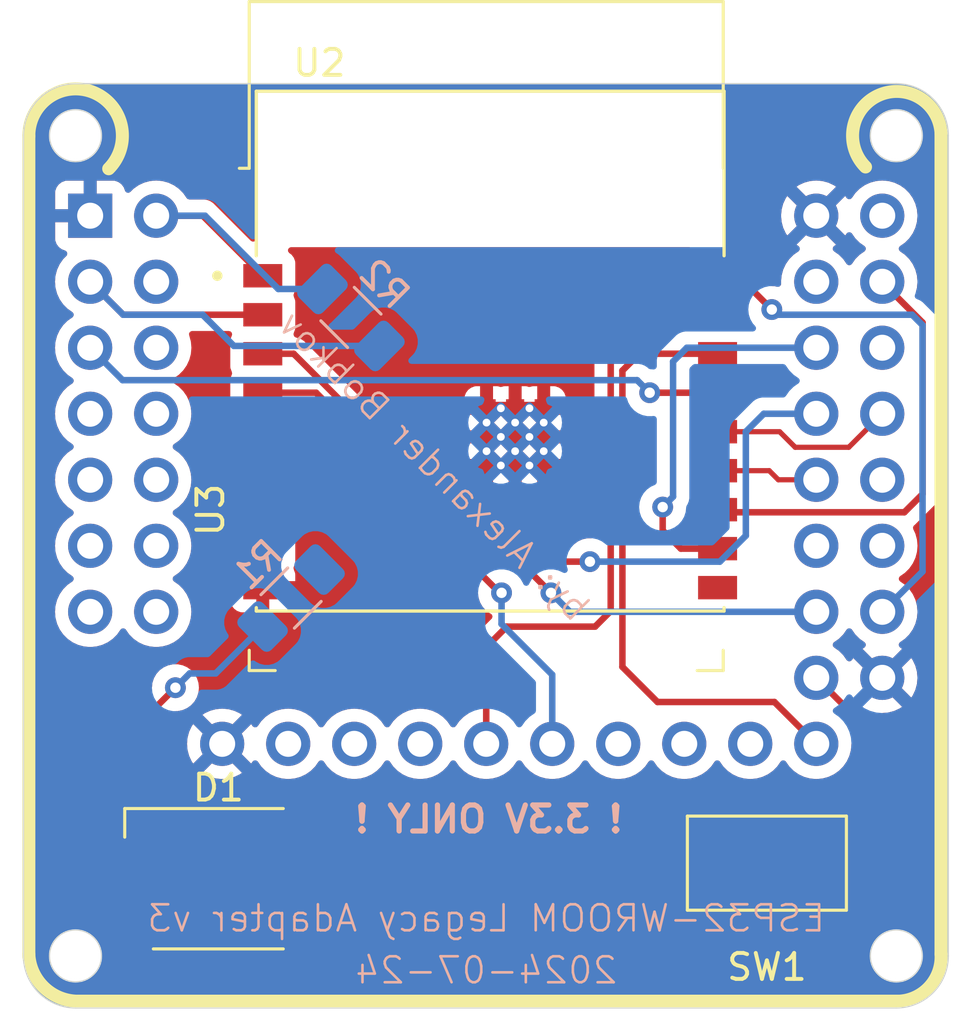
<source format=kicad_pcb>
(kicad_pcb (version 20240108) (generator "pcbnew") (generator_version "8.0")
  (layers (0 "F.Cu" signal) (31 "B.Cu" signal) (34 "B.Paste" user) (35 "F.Paste" user) (36 "B.SilkS" user "B.Silkscreen") (37 "F.SilkS" user "F.Silkscreen") (38 "B.Mask" user) (39 "F.Mask" user) (44 "Edge.Cuts" user))
  (net 0 "")
  (net 1 "GND")
  (net 2 "+3V3")
  (net 3 "Net-(D1-AB)")
  (net 4 "/GPIO0")
  (net 5 "/GPIO2")
  (net 19 "/GPIO3")
  (net 20 "/USB_D-")
  (net 21 "/GPIO6")
  (net 23 "/GPIO5")
  (net 24 "/GPIO4")
  (net 25 "/EN")
  (net 27 "/USB_D+")
  (net 28 "/GPIO1")
  (net 40 "/UART_TX")
  (net 41 "/UART_RX")
  (footprint "Alexander Footprint Library:ESP32-C3-WROOM-02-H4" (layer "F.Cu") (at 208.0625 86.5)
    (property "Reference" "U2" (at -6.575 -11.085 0) (layer "F.SilkS"))
    (property "Value" "ESP32-C3-WROOM-02-N4")
    (fp_line (start -9 -10) (end -9 -3.67) (stroke (width 0.127)) (layer "F.SilkS"))
    (fp_line (start -9 10) (end -9 9.87) (stroke (width 0.127)) (layer "F.SilkS"))
    (fp_line (start -9 10) (end 9 10) (stroke (width 0.127)) (layer "F.SilkS"))
    (fp_line (start 9 -10) (end -9 -10) (stroke (width 0.127)) (layer "F.SilkS"))
    (fp_line (start 9 -3.67) (end 9 -10) (stroke (width 0.127)) (layer "F.SilkS"))
    (fp_line (start 9 10) (end 9 9.87) (stroke (width 0.127)) (layer "F.SilkS"))
    (fp_circle (center -10.5 -2.9) (end -10.4 -2.9) (stroke (width 0.2)) (fill none) (layer "F.SilkS"))
    (pad "1" smd rect (at -8.75 -2.9) (size 1.5 0.9) (layers "F.Cu" "F.Paste" "F.Mask") (net 2 "+3V3"))
    (pad "2" smd rect (at -8.75 -1.4) (size 1.5 0.9) (layers "F.Cu" "F.Paste" "F.Mask") (net 25 "/EN"))
    (pad "3" smd rect (at -8.75 0.1) (size 1.5 0.9) (layers "F.Cu" "F.Paste" "F.Mask") (net 24 "/GPIO4"))
    (pad "4" smd rect (at -8.75 1.6) (size 1.5 0.9) (layers "F.Cu" "F.Paste" "F.Mask") (net 23 "/GPIO5"))
    (pad "5" smd rect (at -8.75 3.1) (size 1.5 0.9) (layers "F.Cu" "F.Paste" "F.Mask") (net 21 "/GPIO6"))
    (pad "6" smd rect (at -8.75 4.6) (size 1.5 0.9) (layers "F.Cu" "F.Paste" "F.Mask"))
    (pad "7" smd rect (at -8.75 6.1) (size 1.5 0.9) (layers "F.Cu" "F.Paste" "F.Mask"))
    (pad "8" smd rect (at -8.75 7.6) (size 1.5 0.9) (layers "F.Cu" "F.Paste" "F.Mask"))
    (pad "9" smd rect (at -8.75 9.1) (size 1.5 0.9) (layers "F.Cu" "F.Paste" "F.Mask") (net 1 "GND"))
    (pad "10" smd rect (at 8.75 9.1) (size 1.5 0.9) (layers "F.Cu" "F.Paste" "F.Mask"))
    (pad "11" smd rect (at 8.75 7.6) (size 1.5 0.9) (layers "F.Cu" "F.Paste" "F.Mask") (net 41 "/UART_RX"))
    (pad "12" smd rect (at 8.75 6.1) (size 1.5 0.9) (layers "F.Cu" "F.Paste" "F.Mask") (net 40 "/UART_TX"))
    (pad "13" smd rect (at 8.75 4.6) (size 1.5 0.9) (layers "F.Cu" "F.Paste" "F.Mask") (net 20 "/USB_D-"))
    (pad "14" smd rect (at 8.75 3.1) (size 1.5 0.9) (layers "F.Cu" "F.Paste" "F.Mask") (net 27 "/USB_D+"))
    (pad "15" smd rect (at 8.75 1.6) (size 1.5 0.9) (layers "F.Cu" "F.Paste" "F.Mask") (net 19 "/GPIO3"))
    (pad "16" smd rect (at 8.75 0.1) (size 1.5 0.9) (layers "F.Cu" "F.Paste" "F.Mask") (net 5 "/GPIO2"))
    (pad "17" smd rect (at 8.75 -1.4) (size 1.5 0.9) (layers "F.Cu" "F.Paste" "F.Mask") (net 28 "/GPIO1"))
    (pad "18" smd rect (at 8.75 -2.9) (size 1.5 0.9) (layers "F.Cu" "F.Paste" "F.Mask") (net 4 "/GPIO0"))
    (pad "19" smd rect (at -0.14 2.2) (size 0.7 0.7) (layers "F.Cu" "F.Paste" "F.Mask") (net 1 "GND"))
    (pad "20" smd rect (at 0.96 2.2) (size 0.7 0.7) (layers "F.Cu" "F.Paste" "F.Mask") (net 1 "GND"))
    (pad "21" smd rect (at 2.06 2.2) (size 0.7 0.7) (layers "F.Cu" "F.Paste" "F.Mask") (net 1 "GND"))
    (pad "22" smd rect (at -0.14 3.3) (size 0.7 0.7) (layers "F.Cu" "F.Paste" "F.Mask") (net 1 "GND"))
    (pad "23" smd rect (at 0.96 3.3) (size 0.7 0.7) (layers "F.Cu" "F.Paste" "F.Mask") (net 1 "GND"))
    (pad "24" smd rect (at 2.06 3.3) (size 0.7 0.7) (layers "F.Cu" "F.Paste" "F.Mask") (net 1 "GND"))
    (pad "25" smd rect (at -0.14 4.4) (size 0.7 0.7) (layers "F.Cu" "F.Paste" "F.Mask") (net 1 "GND"))
    (pad "26" smd rect (at 0.96 4.4) (size 0.7 0.7) (layers "F.Cu" "F.Paste" "F.Mask") (net 1 "GND"))
    (pad "27" smd rect (at 2.06 4.4) (size 0.7 0.7) (layers "F.Cu" "F.Paste" "F.Mask") (net 1 "GND"))
    (pad "28" thru_hole circle (at 0.41 2.2) (size 0.4 0.4) (drill 0.3) (layers "*.Cu") (net 1 "GND"))
    (pad "29" thru_hole circle (at 1.51 2.2) (size 0.4 0.4) (drill 0.3) (layers "*.Cu") (net 1 "GND"))
    (pad "30" thru_hole circle (at -0.14 2.75) (size 0.4 0.4) (drill 0.3) (layers "*.Cu") (net 1 "GND"))
    (pad "31" thru_hole circle (at 0.96 2.75) (size 0.4 0.4) (drill 0.3) (layers "*.Cu") (net 1 "GND"))
    (pad "32" thru_hole circle (at 2.06 2.75) (size 0.4 0.4) (drill 0.3) (layers "*.Cu") (net 1 "GND"))
    (pad "33" thru_hole circle (at 0.41 3.3) (size 0.4 0.4) (drill 0.3) (layers "*.Cu") (net 1 "GND"))
    (pad "34" thru_hole circle (at 1.51 3.3) (size 0.4 0.4) (drill 0.3) (layers "*.Cu") (net 1 "GND"))
    (pad "35" thru_hole circle (at -0.14 3.85) (size 0.4 0.4) (drill 0.3) (layers "*.Cu") (net 1 "GND"))
    (pad "36" thru_hole circle (at 0.96 3.85) (size 0.4 0.4) (drill 0.3) (layers "*.Cu") (net 1 "GND"))
    (pad "37" thru_hole circle (at 2.06 3.85) (size 0.4 0.4) (drill 0.3) (layers "*.Cu") (net 1 "GND"))
    (pad "38" thru_hole circle (at 0.41 4.4) (size 0.4 0.4) (drill 0.3) (layers "*.Cu") (net 1 "GND"))
    (pad "39" thru_hole circle (at 1.51 4.4) (size 0.4 0.4) (drill 0.3) (layers "*.Cu") (net 1 "GND"))
    (zone (net 0) (net_name "") (layer "F.Cu") (connect_pads (clearance 0)) (min_thickness 0.01)
      (keepout (tracks not_allowed) (vias not_allowed) (pads not_allowed) (copperpour not_allowed) (footprints allowed))
      (fill (thermal_gap 0.508) (thermal_bridge_width 0.508))
      (polygon (pts (xy 199.0625 76.5) (xy 217.0625 76.5) (xy 217.0625 82.5) (xy 199.0625 82.5)))
    )
    (zone (net 0) (net_name "") (layer "B.Cu") (connect_pads (clearance 0)) (min_thickness 0.01)
      (keepout (tracks not_allowed) (vias not_allowed) (pads not_allowed) (copperpour not_allowed) (footprints allowed))
      (fill (thermal_gap 0.508) (thermal_bridge_width 0.508))
      (polygon (pts (xy 199.0625 76.5) (xy 217.0625 76.5) (xy 217.0625 82.5) (xy 199.0625 82.5)))
    )
  )
  (footprint "Alexander Footprint Library:LED_5050-6" (layer "F.Cu") (at 197.6 106.8)
    (property "Reference" "D1" (at 0 -3.5 180) (layer "F.SilkS"))
    (property "Value" "LED_SMD_5050")
    (fp_line (start -3.6 -2.7) (end 2.5 -2.7) (stroke (width 0.12)) (layer "F.SilkS"))
    (fp_line (start -3.6 -1.6) (end -3.6 -2.7) (stroke (width 0.12)) (layer "F.SilkS"))
    (fp_line (start 2.5 2.7) (end -2.5 2.7) (stroke (width 0.12)) (layer "F.SilkS"))
    (pad "1" smd rect (at -2.4 -1.7 90) (size 1.1 2) (layers "F.Cu" "F.Paste" "F.Mask") (net 3 "Net-(D1-AB)"))
    (pad "2" smd rect (at -2.4 0 90) (size 1.1 2) (layers "F.Cu" "F.Paste" "F.Mask") (net 3 "Net-(D1-AB)"))
    (pad "3" smd rect (at -2.4 1.7 90) (size 1.1 2) (layers "F.Cu" "F.Paste" "F.Mask") (net 3 "Net-(D1-AB)"))
    (pad "4" smd rect (at 2.4 1.7 90) (size 1.1 2) (layers "F.Cu" "F.Paste" "F.Mask") (net 1 "GND"))
    (pad "5" smd rect (at 2.4 0 90) (size 1.1 2) (layers "F.Cu" "F.Paste" "F.Mask") (net 1 "GND"))
    (pad "6" smd rect (at 2.4 -1.7 90) (size 1.1 2) (layers "F.Cu" "F.Paste" "F.Mask") (net 1 "GND"))
  )
  (footprint "Alexander Footprint Library:CONN-ESP32-WROOM-Adapter-Legacy-v3" (layer "F.Cu") (at 207.91 88.91)
    (property "Reference" "U3" (at -10.61 3.7 90) (layer "F.SilkS"))
    (property "Value" "~")
    (fp_line (start -17.6 -10.6854) (end -17.6 20.9) (stroke (width 0.5)) (layer "F.SilkS"))
    (fp_line (start -9.12 -15.86) (end -9.12 -9.445) (stroke (width 0.12)) (layer "F.SilkS"))
    (fp_line (start -9.12 -15.86) (end 9.12 -15.86) (stroke (width 0.12)) (layer "F.SilkS"))
    (fp_line (start -9.12 -9.445) (end -9.5 -9.445) (stroke (width 0.12)) (layer "F.SilkS"))
    (fp_line (start -9.12 9.1) (end -9.12 9.88) (stroke (width 0.12)) (layer "F.SilkS"))
    (fp_line (start -9.12 9.88) (end -8.12 9.88) (stroke (width 0.12)) (layer "F.SilkS"))
    (fp_line (start 9.12 -15.86) (end 9.12 -9.445) (stroke (width 0.12)) (layer "F.SilkS"))
    (fp_line (start 9.12 9.1) (end 9.12 9.88) (stroke (width 0.12)) (layer "F.SilkS"))
    (fp_line (start 9.12 9.88) (end 8.12 9.88) (stroke (width 0.12)) (layer "F.SilkS"))
    (fp_line (start 15.8854 22.6) (end -15.7 22.6) (stroke (width 0.5)) (layer "F.SilkS"))
    (fp_line (start 17.5 -10.8) (end 17.5 20.7854) (stroke (width 0.5)) (layer "F.SilkS"))
    (fp_arc (start -17.6 -10.6854) (mid -15.117897 -12.365818) (end -14.527166 -9.427166) (stroke (width 0.5)) (layer "F.SilkS"))
    (fp_arc (start -15.700001 22.60263) (mid -17.00953 22.080265) (end -17.6 20.8) (stroke (width 0.5)) (layer "F.SilkS"))
    (fp_arc (start 14.595841 -9.495841) (mid 15.102381 -12.253488) (end 17.499999 -10.8) (stroke (width 0.5)) (layer "F.SilkS"))
    (fp_arc (start 17.5 20.7854) (mid 17.071898 22.033759) (end 15.880748 22.601944) (stroke (width 0.5)) (layer "F.SilkS"))
    (fp_line (start -17.8054 20.86) (end -17.8054 -10.7) (stroke (width 0.05)) (layer "Edge.Cuts"))
    (fp_line (start -15.8054 -12.7) (end 15.78 -12.7) (stroke (width 0.05)) (layer "Edge.Cuts"))
    (fp_line (start 15.78 22.86) (end -15.8054 22.86) (stroke (width 0.05)) (layer "Edge.Cuts"))
    (fp_line (start 17.78 -10.7) (end 17.78 20.86) (stroke (width 0.05)) (layer "Edge.Cuts"))
    (fp_arc (start -17.8054 -10.7) (mid -17.219614 -12.114214) (end -15.8054 -12.7) (stroke (width 0.05)) (layer "Edge.Cuts"))
    (fp_arc (start -15.8054 22.86) (mid -17.219614 22.274214) (end -17.8054 20.86) (stroke (width 0.05)) (layer "Edge.Cuts"))
    (fp_arc (start 15.78 -12.7) (mid 17.194214 -12.114214) (end 17.78 -10.7) (stroke (width 0.05)) (layer "Edge.Cuts"))
    (fp_arc (start 17.78 20.86) (mid 17.194214 22.274214) (end 15.78 22.86) (stroke (width 0.05)) (layer "Edge.Cuts"))
    (fp_circle (center -15.805401 -10.700001) (end -14.805401 -10.700001) (stroke (width 0.05)) (fill none) (layer "Edge.Cuts"))
    (fp_circle (center -15.805401 20.860001) (end -14.805401 20.860001) (stroke (width 0.05)) (fill none) (layer "Edge.Cuts"))
    (fp_circle (center 15.78 -10.7) (end 16.78 -10.7) (stroke (width 0.05)) (fill none) (layer "Edge.Cuts"))
    (fp_circle (center 15.78 20.86) (end 16.78 20.86) (stroke (width 0.05)) (fill none) (layer "Edge.Cuts"))
    (fp_text user "by: Alexander Bobkov" (at -2 2 -45) (layer "B.SilkS") (effects (font (thickness 0.1)) (justify mirror)))
    (fp_text user "2024-07-24" (at 0 22 0) (layer "B.SilkS") (effects (font (thickness 0.1)) (justify bottom mirror)))
    (fp_text user "! 3.3V ONLY !" (at 0.1 15.6 0) (layer "B.SilkS") (effects (font (thickness 0.2) (bold yes)) (justify mirror)))
    (fp_text user "ESP32-WROOM Legacy Adapter v3" (at 0 20 0) (layer "B.SilkS") (effects (font (thickness 0.1)) (justify bottom mirror)))
    (pad "1" thru_hole rect (at -15.24 -7.62) (size 1.7 1.7) (drill 1) (layers "*.Cu" "*.Mask") (net 1 "GND"))
    (pad "2" thru_hole circle (at -12.7 -7.62) (size 1.7 1.7) (drill 1) (layers "*.Cu" "*.Mask") (net 2 "+3V3"))
    (pad "3" thru_hole circle (at -15.24 -5.08) (size 1.7 1.7) (drill 1) (layers "*.Cu" "*.Mask") (net 25 "/EN"))
    (pad "4" thru_hole circle (at -12.7 -5.08) (size 1.7 1.7) (drill 1) (layers "*.Cu" "*.Mask"))
    (pad "5" thru_hole circle (at -15.24 -2.54) (size 1.7 1.7) (drill 1) (layers "*.Cu" "*.Mask") (net 19 "/GPIO3"))
    (pad "6" thru_hole circle (at -12.7 -2.54) (size 1.7 1.7) (drill 1) (layers "*.Cu" "*.Mask"))
    (pad "7" thru_hole circle (at -15.24 0) (size 1.7 1.7) (drill 1) (layers "*.Cu" "*.Mask"))
    (pad "8" thru_hole circle (at -12.7 0) (size 1.7 1.7) (drill 1) (layers "*.Cu" "*.Mask"))
    (pad "9" thru_hole circle (at -15.24 2.54) (size 1.7 1.7) (drill 1) (layers "*.Cu" "*.Mask"))
    (pad "10" thru_hole circle (at -12.7 2.54) (size 1.7 1.7) (drill 1) (layers "*.Cu" "*.Mask"))
    (pad "11" thru_hole circle (at -15.24 5.08) (size 1.7 1.7) (drill 1) (layers "*.Cu" "*.Mask"))
    (pad "12" thru_hole circle (at -12.7 5.08) (size 1.7 1.7) (drill 1) (layers "*.Cu" "*.Mask"))
    (pad "13" thru_hole circle (at -15.24 7.62) (size 1.7 1.7) (drill 1) (layers "*.Cu" "*.Mask"))
    (pad "14" thru_hole circle (at -12.7 7.62) (size 1.7 1.7) (drill 1) (layers "*.Cu" "*.Mask"))
    (pad "15" thru_hole circle (at -10.16 12.7) (size 1.7 1.7) (drill 1) (layers "*.Cu" "*.Mask") (net 1 "GND"))
    (pad "16" thru_hole circle (at -7.62 12.7) (size 1.7 1.7) (drill 1) (layers "*.Cu" "*.Mask"))
    (pad "17" thru_hole circle (at -5.08 12.7) (size 1.7 1.7) (drill 1) (layers "*.Cu" "*.Mask"))
    (pad "18" thru_hole circle (at -2.54 12.7) (size 1.7 1.7) (drill 1) (layers "*.Cu" "*.Mask"))
    (pad "19" thru_hole circle (at 0 12.7) (size 1.7 1.7) (drill 1) (layers "*.Cu" "*.Mask") (net 28 "/GPIO1"))
    (pad "20" thru_hole circle (at 2.54 12.7) (size 1.7 1.7) (drill 1) (layers "*.Cu" "*.Mask") (net 21 "/GPIO6"))
    (pad "21" thru_hole circle (at 5.08 12.7) (size 1.7 1.7) (drill 1) (layers "*.Cu" "*.Mask"))
    (pad "22" thru_hole circle (at 7.62 12.7) (size 1.7 1.7) (drill 1) (layers "*.Cu" "*.Mask"))
    (pad "23" thru_hole circle (at 10.16 12.7) (size 1.7 1.7) (drill 1) (layers "*.Cu" "*.Mask"))
    (pad "24" thru_hole circle (at 12.7 12.7) (size 1.7 1.7) (drill 1) (layers "*.Cu" "*.Mask") (net 5 "/GPIO2"))
    (pad "25" thru_hole circle (at 12.7 10.16) (size 1.7 1.7) (drill 1) (layers "*.Cu" "*.Mask") (net 4 "/GPIO0"))
    (pad "25" thru_hole circle (at 15.24 7.62) (size 1.7 1.7) (drill 1) (layers "*.Cu" "*.Mask") (net 4 "/GPIO0"))
    (pad "26" thru_hole circle (at 12.7 7.62) (size 1.7 1.7) (drill 1) (layers "*.Cu" "*.Mask") (net 23 "/GPIO5"))
    (pad "27" thru_hole circle (at 15.24 5.08) (size 1.7 1.7) (drill 1) (layers "*.Cu" "*.Mask"))
    (pad "28" thru_hole circle (at 12.7 5.08) (size 1.7 1.7) (drill 1) (layers "*.Cu" "*.Mask"))
    (pad "29" thru_hole circle (at 15.24 2.54) (size 1.7 1.7) (drill 1) (layers "*.Cu" "*.Mask"))
    (pad "30" thru_hole circle (at 12.7 2.54) (size 1.7 1.7) (drill 1) (layers "*.Cu" "*.Mask") (net 20 "/USB_D-"))
    (pad "31" thru_hole circle (at 15.24 0) (size 1.7 1.7) (drill 1) (layers "*.Cu" "*.Mask") (net 27 "/USB_D+"))
    (pad "32" thru_hole circle (at 12.7 0) (size 1.7 1.7) (drill 1) (layers "*.Cu" "*.Mask") (net 24 "/GPIO4"))
    (pad "33" thru_hole circle (at 15.24 -2.54) (size 1.7 1.7) (drill 1) (layers "*.Cu" "*.Mask"))
    (pad "34" thru_hole circle (at 12.7 -2.54) (size 1.7 1.7) (drill 1) (layers "*.Cu" "*.Mask") (net 41 "/UART_RX"))
    (pad "35" thru_hole circle (at 15.24 -5.08) (size 1.7 1.7) (drill 1) (layers "*.Cu" "*.Mask") (net 40 "/UART_TX"))
    (pad "36" thru_hole circle (at 12.7 -5.08) (size 1.7 1.7) (drill 1) (layers "*.Cu" "*.Mask"))
    (pad "37" thru_hole circle (at 15.24 -7.62) (size 1.7 1.7) (drill 1) (layers "*.Cu" "*.Mask"))
    (pad "38" thru_hole circle (at 12.7 -7.62) (size 1.7 1.7) (drill 1) (layers "*.Cu" "*.Mask") (net 1 "GND"))
    (pad "38" thru_hole circle (at 15.24 10.16) (size 1.7 1.7) (drill 1) (layers "*.Cu" "*.Mask") (net 1 "GND"))
  )
  (footprint "Alexander Footprint Library:SW_SPST_6x3" (layer "F.Cu") (at 218.71 106.2 180)
    (property "Reference" "SW1" (at 0 -4 0) (layer "F.SilkS"))
    (property "Value" "SW_Push")
    (fp_line (start 3.06 1.81) (end -3.06 1.81) (stroke (width 0.12)) (layer "F.SilkS"))
    (fp_line (start 3.06 -1.81) (end 3.06 1.81) (stroke (width 0.12)) (layer "F.SilkS"))
    (fp_line (start -3.06 1.81) (end -3.06 -1.81) (stroke (width 0.12)) (layer "F.SilkS"))
    (fp_line (start -3.06 -1.81) (end 3.06 -1.81) (stroke (width 0.12)) (layer "F.SilkS"))
    (pad "1" smd rect (at -4.59 0 180) (size 2.18 1.6) (layers "F.Cu" "F.Paste" "F.Mask") (net 4 "/GPIO0"))
    (pad "2" smd rect (at 4.59 0 180) (size 2.18 1.6) (layers "F.Cu" "F.Paste" "F.Mask") (net 1 "GND"))
  )
  (footprint "Resistor_SMD:R_1206_3216Metric_Pad1.30x1.75mm_HandSolder" (layer "B.Cu") (at 202.703984 85.203984 135)
    (property "Reference" "R2" (at 0 1.82 135) (layer "B.SilkS") (effects (justify mirror)))
    (property "Value" "R")
    (fp_line (start 0.727064 -0.91) (end -0.727064 -0.91) (stroke (width 0.12)) (layer "B.SilkS"))
    (fp_line (start 0.727064 0.91) (end -0.727064 0.91) (stroke (width 0.12)) (layer "B.SilkS"))
    (pad "1" smd roundrect (at -1.550001 0 135) (size 1.3 1.75) (layers "B.Cu" "B.Paste" "B.Mask") (roundrect_rratio 0.192308) (net 25 "/EN"))
    (pad "2" smd roundrect (at 1.550001 0 135) (size 1.3 1.75) (layers "B.Cu" "B.Paste" "B.Mask") (roundrect_rratio 0.192308) (net 2 "+3V3"))
  )
  (footprint "Resistor_SMD:R_1206_3216Metric_Pad1.30x1.75mm_HandSolder" (layer "B.Cu") (at 200.4 96 -135)
    (property "Reference" "R1" (at 0 1.82 45) (layer "B.SilkS") (effects (justify mirror)))
    (property "Value" "R")
    (fp_line (start 0.727064 0.91) (end -0.727064 0.91) (stroke (width 0.12)) (layer "B.SilkS"))
    (fp_line (start 0.727064 -0.91) (end -0.727064 -0.91) (stroke (width 0.12)) (layer "B.SilkS"))
    (pad "1" smd roundrect (at -1.550001 0 225) (size 1.3 1.75) (layers "B.Cu" "B.Paste" "B.Mask") (roundrect_rratio 0.192308) (net 2 "+3V3"))
    (pad "2" smd roundrect (at 1.550001 0 225) (size 1.3 1.75) (layers "B.Cu" "B.Paste" "B.Mask") (roundrect_rratio 0.192308) (net 3 "Net-(D1-AB)"))
  )
  (segment (start 199.3125 83.6) (end 197.0025 81.29) (width 0.25) (layer "F.Cu") (net 2))
  (segment (start 197.0025 81.29) (end 195.21 81.29) (width 0.25) (layer "F.Cu") (net 2))
  (segment (start 197.09 81.29) (end 195.21 81.29) (width 0.25) (layer "B.Cu") (net 2))
  (segment (start 201.607968 84.107968) (end 199.907968 84.107968) (width 0.25) (layer "B.Cu") (net 2))
  (segment (start 199.907968 84.107968) (end 197.09 81.29) (width 0.25) (layer "B.Cu") (net 2))
  (segment (start 195.95 99.45) (end 195.2 100.2) (width 0.25) (layer "F.Cu") (net 3))
  (segment (start 195.2 100.2) (end 195.2 108.5) (width 0.25) (layer "F.Cu") (net 3))
  (via (at 195.95 99.45) (size 0.8) (drill 0.4) (layers "F.Cu" "B.Cu") (net 3))
  (segment (start 196.5 98.9) (end 197.5 98.9) (width 0.25) (layer "B.Cu") (net 3))
  (segment (start 197.5 98.9) (end 199.303984 97.096016) (width 0.25) (layer "B.Cu") (net 3))
  (segment (start 195.95 99.45) (end 196.5 98.9) (width 0.25) (layer "B.Cu") (net 3))
  (segment (start 223.3 101.76) (end 220.61 99.07) (width 0.25) (layer "F.Cu") (net 4))
  (segment (start 218.9 84.9) (end 217.6 83.6) (width 0.25) (layer "F.Cu") (net 4))
  (segment (start 217.6 83.6) (end 216.8125 83.6) (width 0.25) (layer "F.Cu") (net 4))
  (segment (start 223.3 106.2) (end 223.3 101.76) (width 0.25) (layer "F.Cu") (net 4))
  (via (at 218.9 84.9) (size 0.8) (drill 0.4) (layers "F.Cu" "B.Cu") (net 4))
  (segment (start 219.1 85.1) (end 224.3 85.1) (width 0.25) (layer "B.Cu") (net 4))
  (segment (start 224.3 85.1) (end 224.7 85.5) (width 0.25) (layer "B.Cu") (net 4))
  (segment (start 224.7 85.5) (end 224.7 94.98) (width 0.25) (layer "B.Cu") (net 4))
  (segment (start 224.7 94.98) (end 223.15 96.53) (width 0.25) (layer "B.Cu") (net 4))
  (segment (start 218.9 84.9) (end 219.1 85.1) (width 0.25) (layer "B.Cu") (net 4))
  (segment (start 213.15 98.65) (end 214.5 100) (width 0.25) (layer "F.Cu") (net 5))
  (segment (start 214.5 100) (end 219 100) (width 0.25) (layer "F.Cu") (net 5))
  (segment (start 213.8 86.6) (end 213.15 87.25) (width 0.25) (layer "F.Cu") (net 5))
  (segment (start 216.8125 86.6) (end 213.8 86.6) (width 0.25) (layer "F.Cu") (net 5))
  (segment (start 213.15 87.25) (end 213.15 98.65) (width 0.25) (layer "F.Cu") (net 5))
  (segment (start 219 100) (end 220.61 101.61) (width 0.25) (layer "F.Cu") (net 5))
  (segment (start 214.2 88.1) (end 216.8125 88.1) (width 0.25) (layer "F.Cu") (net 19))
  (via (at 214.2 88.1) (size 0.8) (drill 0.4) (layers "F.Cu" "B.Cu") (net 19))
  (segment (start 193.917588 87.617588) (end 192.67 86.37) (width 0.25) (layer "B.Cu") (net 19))
  (segment (start 214.2 88.1) (end 213.717588 87.617588) (width 0.25) (layer "B.Cu") (net 19))
  (segment (start 213.717588 87.617588) (end 193.917588 87.617588) (width 0.25) (layer "B.Cu") (net 19))
  (segment (start 216.8125 91.1) (end 218.8 91.1) (width 0.2) (layer "F.Cu") (net 20))
  (segment (start 219.15 91.45) (end 220.61 91.45) (width 0.2) (layer "F.Cu") (net 20))
  (segment (start 218.8 91.1) (end 219.15 91.45) (width 0.2) (layer "F.Cu") (net 20))
  (segment (start 208.427208 95.8) (end 202.227208 89.6) (width 0.25) (layer "F.Cu") (net 21))
  (segment (start 208.5 95.8) (end 208.427208 95.8) (width 0.25) (layer "F.Cu") (net 21))
  (segment (start 202.227208 89.6) (end 199.3125 89.6) (width 0.25) (layer "F.Cu") (net 21))
  (via (at 208.5 95.8) (size 0.8) (drill 0.4) (layers "F.Cu" "B.Cu") (net 21))
  (segment (start 208.5 95.8) (end 208.5 97) (width 0.25) (layer "B.Cu") (net 21))
  (segment (start 210.45 98.95) (end 210.45 101.61) (width 0.25) (layer "B.Cu") (net 21))
  (segment (start 208.5 97) (end 210.45 98.95) (width 0.25) (layer "B.Cu") (net 21))
  (segment (start 201.363604 88.1) (end 207.563604 94.3) (width 0.25) (layer "F.Cu") (net 23))
  (segment (start 207.563604 94.3) (end 208.9 94.3) (width 0.25) (layer "F.Cu") (net 23))
  (segment (start 199.3125 88.1) (end 201.363604 88.1) (width 0.25) (layer "F.Cu") (net 23))
  (segment (start 208.9 94.3) (end 210.4 95.8) (width 0.25) (layer "F.Cu") (net 23))
  (via (at 210.4 95.8) (size 0.8) (drill 0.4) (layers "F.Cu" "B.Cu") (net 23))
  (segment (start 211.13 96.53) (end 220.61 96.53) (width 0.25) (layer "B.Cu") (net 23))
  (segment (start 210.4 95.8) (end 211.13 96.53) (width 0.25) (layer "B.Cu") (net 23))
  (segment (start 200.5 86.6) (end 207.75 93.85) (width 0.25) (layer "F.Cu") (net 24))
  (segment (start 207.75 93.85) (end 209.086396 93.85) (width 0.25) (layer "F.Cu") (net 24))
  (segment (start 199.3125 86.6) (end 200.5 86.6) (width 0.25) (layer "F.Cu") (net 24))
  (segment (start 209.086396 93.85) (end 209.836396 94.6) (width 0.25) (layer "F.Cu") (net 24))
  (segment (start 209.836396 94.6) (end 211.9 94.6) (width 0.25) (layer "F.Cu") (net 24))
  (via (at 211.9 94.6) (size 0.8) (drill 0.4) (layers "F.Cu" "B.Cu") (net 24))
  (segment (start 216.9 94.6) (end 217.9 93.6) (width 0.25) (layer "B.Cu") (net 24))
  (segment (start 218.59 88.91) (end 220.61 88.91) (width 0.25) (layer "B.Cu") (net 24))
  (segment (start 217.9 89.6) (end 218.59 88.91) (width 0.25) (layer "B.Cu") (net 24))
  (segment (start 217.9 93.6) (end 217.9 89.6) (width 0.25) (layer "B.Cu") (net 24))
  (segment (start 211.9 94.6) (end 216.9 94.6) (width 0.25) (layer "B.Cu") (net 24))
  (segment (start 193.94 85.1) (end 192.67 83.83) (width 0.25) (layer "F.Cu") (net 25))
  (segment (start 199.3125 85.1) (end 193.94 85.1) (width 0.25) (layer "F.Cu") (net 25))
  (segment (start 193.94 85.1) (end 192.67 83.83) (width 0.25) (layer "B.Cu") (net 25))
  (segment (start 203.8 86.3) (end 198.2 86.3) (width 0.25) (layer "B.Cu") (net 25))
  (segment (start 197.2 85.3) (end 197 85.1) (width 0.25) (layer "B.Cu") (net 25))
  (segment (start 197 85.1) (end 193.94 85.1) (width 0.25) (layer "B.Cu") (net 25))
  (segment (start 198.2 86.3) (end 197 85.1) (width 0.25) (layer "B.Cu") (net 25))
  (segment (start 216.8125 89.6) (end 219.2 89.6) (width 0.2) (layer "F.Cu") (net 27))
  (segment (start 219.2 89.6) (end 219.8 90.2) (width 0.2) (layer "F.Cu") (net 27))
  (segment (start 221.86 90.2) (end 223.15 88.91) (width 0.2) (layer "F.Cu") (net 27))
  (segment (start 219.8 90.2) (end 221.86 90.2) (width 0.2) (layer "F.Cu") (net 27))
  (segment (start 212.1 97.1) (end 212.7 96.5) (width 0.25) (layer "F.Cu") (net 28))
  (segment (start 207.91 101.61) (end 207.91 97.89) (width 0.25) (layer "F.Cu") (net 28))
  (segment (start 212.7 96.5) (end 212.7 86.2) (width 0.25) (layer "F.Cu") (net 28))
  (segment (start 207.91 97.89) (end 208.7 97.1) (width 0.25) (layer "F.Cu") (net 28))
  (segment (start 213.8 85.1) (end 216.8125 85.1) (width 0.25) (layer "F.Cu") (net 28))
  (segment (start 212.7 86.2) (end 213.8 85.1) (width 0.25) (layer "F.Cu") (net 28))
  (segment (start 208.7 97.1) (end 212.1 97.1) (width 0.25) (layer "F.Cu") (net 28))
  (segment (start 224 92.7) (end 224.7 92) (width 0.25) (layer "F.Cu") (net 40))
  (segment (start 223.15 83.85) (end 223.15 83.83) (width 0.25) (layer "F.Cu") (net 40))
  (segment (start 216.8125 92.6) (end 216.9125 92.7) (width 0.25) (layer "F.Cu") (net 40))
  (segment (start 224.7 85.4) (end 223.15 83.85) (width 0.25) (layer "F.Cu") (net 40))
  (segment (start 224.7 92) (end 224.7 85.4) (width 0.25) (layer "F.Cu") (net 40))
  (segment (start 216.9125 92.7) (end 224 92.7) (width 0.25) (layer "F.Cu") (net 40))
  (segment (start 214.7 93.4) (end 215.4 94.1) (width 0.25) (layer "F.Cu") (net 41))
  (segment (start 214.7 92.5) (end 214.7 93.4) (width 0.25) (layer "F.Cu") (net 41))
  (segment (start 215.4 94.1) (end 216.8125 94.1) (width 0.25) (layer "F.Cu") (net 41))
  (via (at 214.7 92.5) (size 0.8) (drill 0.4) (layers "F.Cu" "B.Cu") (net 41))
  (segment (start 215.1 86.9) (end 215.63 86.37) (width 0.25) (layer "B.Cu") (net 41))
  (segment (start 215.63 86.37) (end 220.61 86.37) (width 0.25) (layer "B.Cu") (net 41))
  (segment (start 215.1 92.1) (end 215.1 86.9) (width 0.25) (layer "B.Cu") (net 41))
  (segment (start 214.7 92.5) (end 215.1 92.1) (width 0.25) (layer "B.Cu") (net 41))
  (zone (net 1) (net_name "GND") (layer "F.Cu") (priority 2) (connect_pads (clearance 0.5)) (min_thickness 0.25) (fill yes (thermal_gap 0.5) (thermal_bridge_width 0.5))
    (polygon (pts (xy 189.6 75.7) (xy 226.4 75.7) (xy 226.4 112.4) (xy 189.4 112.1)))
  )
  (zone (net 1) (net_name "GND") (layer "B.Cu") (priority 3) (connect_pads (clearance 0.5)) (min_thickness 0.25) (fill yes (thermal_gap 0.5) (thermal_bridge_width 0.5))
    (polygon (pts (xy 189.5 75.4) (xy 226.5 75.4) (xy 226.5 112.4) (xy 189.2 112.3)))
  )
)
</source>
